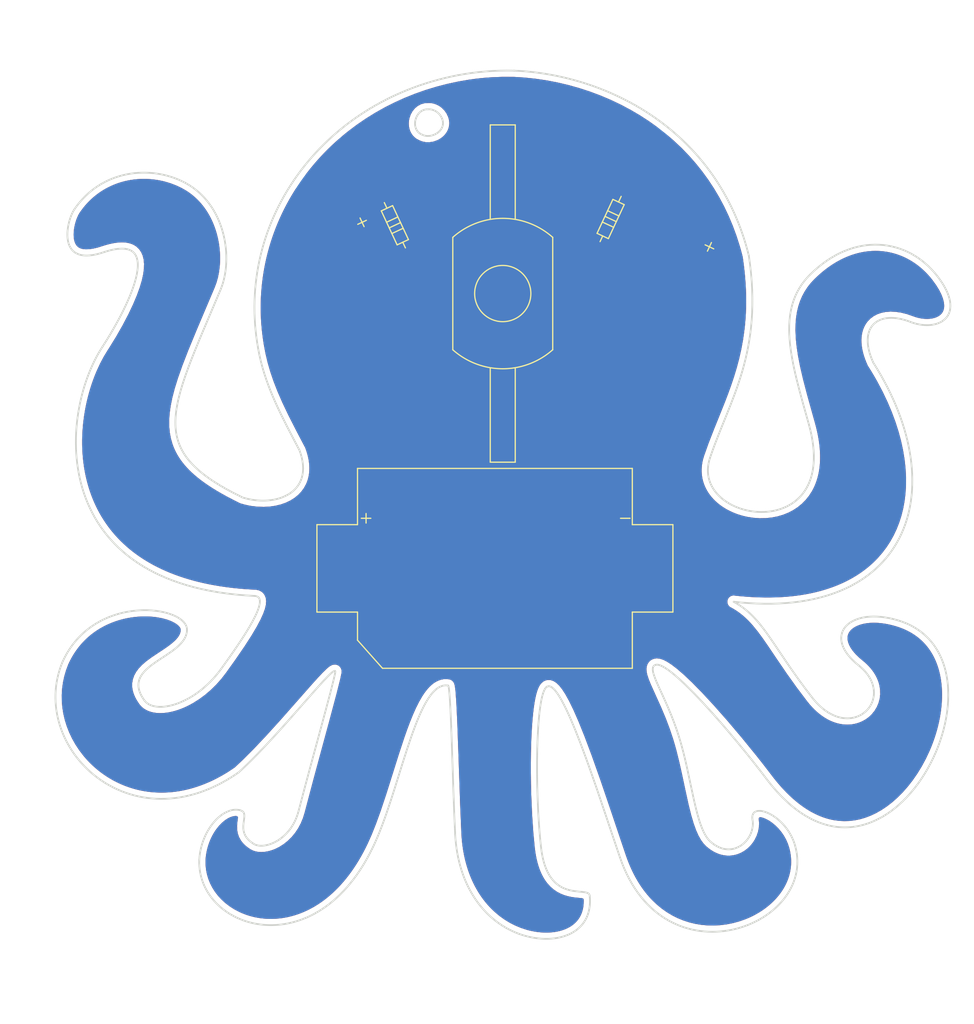
<source format=kicad_pcb>
(kicad_pcb (version 20241229) (generator "pcbnew") (generator_version "9.0")
  (title_block (title "Soldering Kit - Octopus") (date "2025-05-24") (company "Netz39") (comment 1 "created by Timo"))
  (layers (0 "F.Cu" signal) (2 "B.Cu" signal) (13 "F.Paste" user) (15 "B.Paste" user) (5 "F.SilkS" user "F.Silkscreen") (7 "B.SilkS" user "B.Silkscreen") (1 "F.Mask" user) (3 "B.Mask" user) (25 "Edge.Cuts" user))
  (net 0 "")
  (net 1 "Net-(D1-K)")
  (net 2 "Net-(D2-K)")
  (net 3 "Net-(D1-A)")
  (net 4 "+3.3V")
  (net 5 "GND")
  (footprint "myparts:THT on SMD Resistor" (layer "F.Cu") (at 92.605832 39.299394 65)
    (property "Reference" "R2")
    (property "Value" "R")
    (fp_line (start -1.5 -3.5) (end 1.5 -3.5) (stroke (width 0.1)) (layer "F.SilkS"))
    (fp_line (start -2 -3) (end -1.5 -3) (stroke (width 0.1)) (layer "F.SilkS"))
    (fp_line (start -0.5 -3.5) (end -0.5 -2.5) (stroke (width 0.1)) (layer "F.SilkS"))
    (fp_line (start -1.5 -3) (end -1.5 -3.5) (stroke (width 0.1)) (layer "F.SilkS"))
    (fp_line (start -1.5 -3) (end -1.5 -2.5) (stroke (width 0.1)) (layer "F.SilkS"))
    (fp_line (start 0 -3.5) (end 0.000001 -2.5) (stroke (width 0.1)) (layer "F.SilkS"))
    (fp_line (start 0.5 -3.5) (end 0.500001 -2.5) (stroke (width 0.1)) (layer "F.SilkS"))
    (fp_line (start -1.5 -2.5) (end 1.5 -2.5) (stroke (width 0.1)) (layer "F.SilkS"))
    (fp_line (start 1.5 -3.5) (end 1.5 -3) (stroke (width 0.1)) (layer "F.SilkS"))
    (fp_line (start 1.5 -3) (end 2 -3) (stroke (width 0.1)) (layer "F.SilkS"))
    (fp_line (start 1.5 -2.5) (end 1.5 -3) (stroke (width 0.1)) (layer "F.SilkS"))
    (pad "1" smd roundrect (at -5 -3 65) (size 5 2) (layers "F.Cu" "F.Mask" "F.Paste") (roundrect_rratio 0.15) (net 5 "GND"))
    (pad "2" smd roundrect (at 5 -3 65) (size 5 2) (layers "F.Cu" "F.Mask" "F.Paste") (roundrect_rratio 0.15) (net 2 "Net-(D2-K)"))
  )
  (footprint "myparts:THT on SMD LED" (layer "F.Cu") (at 94 38.5 -25)
    (property "Reference" "D2")
    (property "Value" "LED")
    (fp_text user "+" (at 3.5 0.5 335) (layer "F.SilkS") (effects (font (thickness 0.1)) (justify left bottom)))
    (pad "1" smd rect (at 0 0 335) (size 2 5) (layers "F.Cu" "F.Mask" "F.Paste") (net 2 "Net-(D2-K)"))
    (pad "2" smd rect (at 2.54 0 335) (size 2 5) (layers "F.Cu" "F.Mask" "F.Paste") (net 3 "Net-(D1-A)"))
  )
  (footprint "myparts:On Off Button" (layer "F.Cu") (at 87.25 45 90)
    (property "Reference" "SW1")
    (property "Value" "SW_Push")
    (fp_line (start -3.5 -10) (end 5.5 -10) (stroke (width 0.1)) (layer "F.SilkS"))
    (fp_line (start 14.5 -7) (end 14.5 -5) (stroke (width 0.1)) (layer "F.SilkS"))
    (fp_line (start 7 -7) (end 14.5 -7) (stroke (width 0.1)) (layer "F.SilkS"))
    (fp_line (start -12.5 -7) (end -5 -7) (stroke (width 0.1)) (layer "F.SilkS"))
    (fp_line (start 14.5 -5) (end 7 -5) (stroke (width 0.1)) (layer "F.SilkS"))
    (fp_line (start -5 -5) (end -12.5 -5) (stroke (width 0.1)) (layer "F.SilkS"))
    (fp_line (start -12.5 -5) (end -12.5 -7) (stroke (width 0.1)) (layer "F.SilkS"))
    (fp_line (start 5.499999 -2) (end -3.5 -2) (stroke (width 0.1)) (layer "F.SilkS"))
    (fp_arc (start 5.5 -10) (mid 7.020797 -6) (end 5.5 -2) (stroke (width 0.1)) (layer "F.SilkS"))
    (fp_arc (start -3.5 -2) (mid -5.020797 -6) (end -3.5 -10) (stroke (width 0.1)) (layer "F.SilkS"))
    (fp_circle (center 1 -6) (end 3.25 -6) (stroke (width 0.1)) (fill no) (layer "F.SilkS"))
    (pad "1" smd roundrect (at -9 -6 90) (size 6.5 3) (layers "F.Cu" "F.Mask" "F.Paste") (roundrect_rratio 0.15) (net 4 "+3.3V"))
    (pad "2" smd roundrect (at 11 -6 90) (size 6.5 3) (layers "F.Cu" "F.Mask" "F.Paste") (roundrect_rratio 0.15) (net 3 "Net-(D1-A)"))
  )
  (footprint "myparts:THT on SMD LED" (layer "F.Cu") (at 66.197979 40.07345 25)
    (property "Reference" "D1")
    (property "Value" "LED")
    (fp_text user "+" (at 3.5 0.5 25) (layer "F.SilkS") (effects (font (thickness 0.1)) (justify left bottom)))
    (pad "1" smd rect (at 0 0 25) (size 2 5) (layers "F.Cu" "F.Mask" "F.Paste") (net 1 "Net-(D1-K)"))
    (pad "2" smd rect (at 2.539999 0 25) (size 2 5) (layers "F.Cu" "F.Mask" "F.Paste") (net 3 "Net-(D1-A)"))
  )
  (footprint "myparts:Battery Holder CR2032 BH-49B-5" (layer "F.Cu") (at 79.623075 68)
    (property "Reference" "BT1")
    (property "Value" "Battery_Cell")
    (fp_line (start -13.25 -5.5) (end -10 -5.5) (stroke (width 0.1)) (layer "F.SilkS"))
    (fp_line (start -13.25 1.5) (end -13.25 -5.5) (stroke (width 0.1)) (layer "F.SilkS"))
    (fp_line (start -10 -10) (end -10 -5.5) (stroke (width 0.1)) (layer "F.SilkS"))
    (fp_line (start -10 -10) (end 12 -10) (stroke (width 0.1)) (layer "F.SilkS"))
    (fp_line (start -10 1.5) (end -13.25 1.5) (stroke (width 0.1)) (layer "F.SilkS"))
    (fp_line (start -10 3.75) (end -10 1.5) (stroke (width 0.1)) (layer "F.SilkS"))
    (fp_line (start -10 3.75) (end -8 6) (stroke (width 0.1)) (layer "F.SilkS"))
    (fp_line (start 12 -10) (end 12 -5.5) (stroke (width 0.1)) (layer "F.SilkS"))
    (fp_line (start 12 -5.5) (end 15.25 -5.5) (stroke (width 0.1)) (layer "F.SilkS"))
    (fp_line (start 12 1.5) (end 12 6) (stroke (width 0.1)) (layer "F.SilkS"))
    (fp_line (start 12 6) (end -8 6) (stroke (width 0.1)) (layer "F.SilkS"))
    (fp_line (start 15.25 -5.5) (end 15.25 1.5) (stroke (width 0.1)) (layer "F.SilkS"))
    (fp_line (start 15.25 1.5) (end 12 1.5) (stroke (width 0.1)) (layer "F.SilkS"))
    (fp_text user "+" (at -10 -5.5 0) (layer "F.SilkS") (effects (font (thickness 0.1)) (justify left bottom)))
    (fp_text user "-" (at 10.75 -5.5 0) (layer "F.SilkS") (effects (font (thickness 0.1)) (justify left bottom)))
    (pad "1" smd roundrect (at -13.75 -2) (size 4 5) (layers "F.Cu" "F.Mask" "F.Paste") (roundrect_rratio 0.15) (net 4 "+3.3V"))
    (pad "2" smd roundrect (at 15.75 -2 180) (size 4 5) (layers "F.Cu" "F.Mask" "F.Paste") (roundrect_rratio 0.15) (net 5 "GND"))
  )
  (footprint "myparts:THT on SMD Resistor" (layer "F.Cu") (at 75.332015 37.263684 115)
    (property "Reference" "R1")
    (property "Value" "R")
    (fp_line (start 1.5 -3.5) (end 1.5 -3) (stroke (width 0.1)) (layer "F.SilkS"))
    (fp_line (start 0.5 -3.5) (end 0.5 -2.5) (stroke (width 0.1)) (layer "F.SilkS"))
    (fp_line (start 1.5 -3) (end 2 -3) (stroke (width 0.1)) (layer "F.SilkS"))
    (fp_line (start 0 -3.5) (end -0.000001 -2.5) (stroke (width 0.1)) (layer "F.SilkS"))
    (fp_line (start -0.5 -3.5) (end -0.500001 -2.5) (stroke (width 0.1)) (layer "F.SilkS"))
    (fp_line (start 1.5 -2.5) (end 1.5 -3) (stroke (width 0.1)) (layer "F.SilkS"))
    (fp_line (start -1.5 -3.5) (end 1.5 -3.5) (stroke (width 0.1)) (layer "F.SilkS"))
    (fp_line (start -1.5 -3) (end -1.5 -3.5) (stroke (width 0.1)) (layer "F.SilkS"))
    (fp_line (start -1.5 -3) (end -1.5 -2.5) (stroke (width 0.1)) (layer "F.SilkS"))
    (fp_line (start -2 -3) (end -1.5 -3) (stroke (width 0.1)) (layer "F.SilkS"))
    (fp_line (start -1.5 -2.5) (end 1.5 -2.5) (stroke (width 0.1)) (layer "F.SilkS"))
    (pad "1" smd roundrect (at -5 -3 115) (size 5 2) (layers "F.Cu" "F.Mask" "F.Paste") (roundrect_rratio 0.15) (net 5 "GND"))
    (pad "2" smd roundrect (at 5 -3 115) (size 5 2) (layers "F.Cu" "F.Mask" "F.Paste") (roundrect_rratio 0.15) (net 1 "Net-(D1-K)"))
  )
  (gr_line (start 82.15592 26.155137) (end 82.155948 26.155137) (stroke (width 0.14)) (layer "Edge.Cuts"))
  (gr_curve (pts (xy 102.342737 82.825785) (xy 111.979392 95.602017) (xy 123.012925 73.247349) (xy 112.908691 70.167349)) (stroke (width 0.14)) (layer "Edge.Cuts"))
  (gr_curve (pts (xy 52.561898 76.571355) (xy 50.464789 73.681692) (xy 55.903768 73.182963) (xy 55.971605 70.942452)) (stroke (width 0.14)) (layer "Edge.Cuts"))
  (gr_curve (pts (xy 61.322104 88.062436) (xy 59.613719 87.01322) (xy 61.202208 85.605394) (xy 60.208341 85.35744)) (stroke (width 0.14)) (layer "Edge.Cuts"))
  (gr_curve (pts (xy 46 73.5) (xy 43.181555 80.291687) (xy 51.47162 88.364031) (xy 60.105098 82.334987)) (stroke (width 0.14)) (layer "Edge.Cuts"))
  (gr_curve (pts (xy 60.105098 82.334987) (xy 63.516786 79.243339) (xy 68.005831 73.319568) (xy 67.842307 74.31382)) (stroke (width 0.14)) (layer "Edge.Cuts"))
  (gr_curve (pts (xy 64.97833 56.549765) (xy 66.248466 59.965157) (xy 63.070102 61.154422) (xy 60.414988 60.324873)) (stroke (width 0.14)) (layer "Edge.Cuts"))
  (gr_curve (pts (xy 56.953355 89.335911) (xy 56.745154 95.0278) (xy 66.721589 98.156541) (xy 71.213475 87.527433)) (stroke (width 0.14)) (layer "Edge.Cuts"))
  (gr_curve (pts (xy 82.155948 26.155137) (xy 80.640896 26.116525) (xy 79.126103 26.240632) (xy 77.640052 26.525129)) (stroke (width 0.14)) (layer "Edge.Cuts"))
  (gr_curve (pts (xy 97.848226 57.139051) (xy 99.412019 52.489178) (xy 102.123098 48.731009) (xy 100.951515 40.962904)) (stroke (width 0.14)) (layer "Edge.Cuts"))
  (gr_curve (pts (xy 88.2119 92.203349) (xy 88.12678 91.360584) (xy 84.842128 93.040675) (xy 84.31094 88.302543)) (stroke (width 0.14)) (layer "Edge.Cuts"))
  (gr_curve (pts (xy 49.203361 48.260634) (xy 45.611143 53.751083) (xy 44.792446 67.422593) (xy 61.38896 68.208063)) (stroke (width 0.14)) (layer "Edge.Cuts"))
  (gr_curve (pts (xy 55.792209 35.116998) (xy 53.052227 33.675445) (xy 49.105634 34.082517) (xy 46.955857 37.255653)) (stroke (width 0.14)) (layer "Edge.Cuts"))
  (gr_curve (pts (xy 49.384122 40.665662) (xy 54.455685 39.022264) (xy 51.006456 45.504726) (xy 49.203361 48.260634)) (stroke (width 0.14)) (layer "Edge.Cuts"))
  (gr_curve (pts (xy 76.403908 30.034766) (xy 76.238946 29.564536) (xy 75.757129 29.205574) (xy 75.25 29.25)) (stroke (width 0.14)) (layer "Edge.Cuts"))
  (gr_curve (pts (xy 97.880713 87.880247) (xy 96.666717 86.806734) (xy 96.400199 82.833422) (xy 95.373075 79.524081)) (stroke (width 0.14)) (layer "Edge.Cuts"))
  (gr_curve (pts (xy 105.759087 54.480006) (xy 108.508995 64.3223) (xy 96.068644 62.430557) (xy 97.848226 57.139051)) (stroke (width 0.14)) (layer "Edge.Cuts"))
  (gr_curve (pts (xy 82.528502 95.251688) (xy 85.33098 96.284573) (xy 88.532962 95.382091) (xy 88.2119 92.203349)) (stroke (width 0.14)) (layer "Edge.Cuts"))
  (gr_curve (pts (xy 104.667311 88.236183) (xy 103.960108 85.662052) (xy 100.974916 84.57715) (xy 101.245704 86.127118)) (stroke (width 0.14)) (layer "Edge.Cuts"))
  (gr_curve (pts (xy 101.245704 86.127118) (xy 101.517605 87.683435) (xy 99.667785 89.460511) (xy 97.880713 87.880247)) (stroke (width 0.14)) (layer "Edge.Cuts"))
  (gr_curve (pts (xy 105.852033 42.487873) (xy 103.005315 45.312117) (xy 104.364183 49.487479) (xy 105.759087 54.480006)) (stroke (width 0.14)) (layer "Edge.Cuts"))
  (gr_curve (pts (xy 75.25 29.25) (xy 74.233691 29.217359) (xy 73.803779 30.845597) (xy 74.76875 31.269336)) (stroke (width 0.14)) (layer "Edge.Cuts"))
  (gr_curve (pts (xy 77.640052 26.525129) (xy 66.679372 28.623162) (xy 59.573665 38.448894) (xy 61.768711 48.922601)) (stroke (width 0.14)) (layer "Edge.Cuts"))
  (gr_curve (pts (xy 116.030306 42.589346) (xy 113.679517 39.568211) (xy 109.383309 38.984483) (xy 105.852033 42.487873)) (stroke (width 0.14)) (layer "Edge.Cuts"))
  (gr_curve (pts (xy 46.955857 37.255653) (xy 46.270655 38.267032) (xy 45.495083 42.028827) (xy 49.384122 40.665662)) (stroke (width 0.14)) (layer "Edge.Cuts"))
  (gr_curve (pts (xy 84.776006 75.482001) (xy 86.002091 74.696181) (xy 88.864097 83.976228) (xy 90.635531 89.144195)) (stroke (width 0.14)) (layer "Edge.Cuts"))
  (gr_curve (pts (xy 64.909996 85.409219) (xy 64.293666 87.795393) (xy 62.132382 88.56008) (xy 61.322104 88.062436)) (stroke (width 0.14)) (layer "Edge.Cuts"))
  (gr_curve (pts (xy 100.951515 40.962904) (xy 98.474131 30.958924) (xy 89.651905 26.466324) (xy 82.15592 26.155137)) (stroke (width 0.14)) (layer "Edge.Cuts"))
  (gr_curve (pts (xy 61.768711 48.922601) (xy 62.335508 51.605503) (xy 63.606218 53.941977) (xy 64.97833 56.549765)) (stroke (width 0.14)) (layer "Edge.Cuts"))
  (gr_curve (pts (xy 77.439299 87.269168) (xy 77.657622 91.514094) (xy 79.841566 94.261398) (xy 82.528502 95.251688)) (stroke (width 0.14)) (layer "Edge.Cuts"))
  (gr_curve (pts (xy 61.38896 68.208063) (xy 62.767523 68.273303) (xy 60.438294 71.653785) (xy 58.692874 74.063878)) (stroke (width 0.14)) (layer "Edge.Cuts"))
  (gr_curve (pts (xy 76.87204 75.379654) (xy 77.103663 75.418784) (xy 77.237958 83.354383) (xy 77.439299 87.269168)) (stroke (width 0.14)) (layer "Edge.Cuts"))
  (gr_curve (pts (xy 74.76875 31.269336) (xy 75.539912 31.681735) (xy 76.754489 30.955163) (xy 76.403908 30.034766)) (stroke (width 0.14)) (layer "Edge.Cuts"))
  (gr_curve (pts (xy 93.473009 73.728025) (xy 94.585239 73.300843) (xy 99.898673 79.585457) (xy 102.342737 82.825785)) (stroke (width 0.14)) (layer "Edge.Cuts"))
  (gr_curve (pts (xy 55.971605 70.942452) (xy 56.031525 68.964476) (xy 48.523619 67.888247) (xy 46 73.5)) (stroke (width 0.14)) (layer "Edge.Cuts"))
  (gr_curve (pts (xy 112.908691 70.167349) (xy 109.04369 68.989207) (xy 106.707055 71.353618) (xy 109.731062 73.758265)) (stroke (width 0.14)) (layer "Edge.Cuts"))
  (gr_curve (pts (xy 60.208341 85.35744) (xy 58.857831 85.020523) (xy 57.086362 86.924747) (xy 56.953355 89.335911)) (stroke (width 0.14)) (layer "Edge.Cuts"))
  (gr_curve (pts (xy 71.213475 87.527433) (xy 73.224505 82.768749) (xy 74.510659 74.980563) (xy 76.87204 75.379654)) (stroke (width 0.14)) (layer "Edge.Cuts"))
  (gr_curve (pts (xy 113.970374 46.303342) (xy 116.227951 47.114738) (xy 118.476547 45.73315) (xy 116.030306 42.589346)) (stroke (width 0.14)) (layer "Edge.Cuts"))
  (gr_curve (pts (xy 95.373075 79.524081) (xy 94.297931 76.060012) (xy 92.671726 74.035787) (xy 93.473009 73.728025)) (stroke (width 0.14)) (layer "Edge.Cuts"))
  (gr_curve (pts (xy 84.31094 88.302543) (xy 83.8117 83.849367) (xy 83.861092 76.068384) (xy 84.776006 75.482001)) (stroke (width 0.14)) (layer "Edge.Cuts"))
  (gr_curve (pts (xy 90.635531 89.144195) (xy 94.129973 99.338869) (xy 106.43444 94.668343) (xy 104.667311 88.236183)) (stroke (width 0.14)) (layer "Edge.Cuts"))
  (gr_curve (pts (xy 58.658282 43.688119) (xy 59.701653 41.209235) (xy 59.081453 36.847525) (xy 55.792209 35.116998)) (stroke (width 0.14)) (layer "Edge.Cuts"))
  (gr_curve (pts (xy 106.007685 76.324745) (xy 102.773755 72.156805) (xy 102.104093 69.947815) (xy 99.73614 68.674662)) (stroke (width 0.14)) (layer "Edge.Cuts"))
  (gr_curve (pts (xy 58.692874 74.063878) (xy 56.600102 76.953604) (xy 53.403298 77.730737) (xy 52.561898 76.571355)) (stroke (width 0.14)) (layer "Edge.Cuts"))
  (gr_curve (pts (xy 60.414988 60.324873) (xy 52.596814 56.51814) (xy 54.492456 53.585477) (xy 58.658282 43.688119)) (stroke (width 0.14)) (layer "Edge.Cuts"))
  (gr_curve (pts (xy 109.731062 73.758265) (xy 113.010359 76.365919) (xy 109.076324 80.279661) (xy 106.007685 76.324745)) (stroke (width 0.14)) (layer "Edge.Cuts"))
  (gr_curve (pts (xy 110.915518 49.530928) (xy 109.613525 46.687563) (xy 111.294232 45.220282) (xy 113.970374 46.303342)) (stroke (width 0.14)) (layer "Edge.Cuts"))
  (gr_curve (pts (xy 67.842307 74.31382) (xy 67.675644 75.327147) (xy 65.930124 81.459707) (xy 64.909996 85.409219)) (stroke (width 0.14)) (layer "Edge.Cuts"))
  (gr_curve (pts (xy 99.73614 68.674662) (xy 113.597316 70.247282) (xy 117.517407 59.899875) (xy 110.915518 49.530928)) (stroke (width 0.14)) (layer "Edge.Cuts"))
  (segment (start 65.5 35.25) (end 65.5 38) (width 0.2) (layer "F.Cu") (net 1))
  (segment (start 67 35.25) (end 65.5 35.25) (width 0.2) (layer "F.Cu") (net 1))
  (segment (start 70.5 34) (end 67 34) (width 0.2) (layer "F.Cu") (net 1))
  (segment (start 67 34) (end 67 35.25) (width 0.2) (layer "F.Cu") (net 1))
  (segment (start 95 33.5) (end 95 36.5) (width 0.2) (layer "F.Cu") (net 2))
  (segment (start 92 33.5) (end 95 33.5) (width 0.2) (layer "F.Cu") (net 2))
  (segment (start 96 39.875472) (end 96.302022 39.57345) (width 0.2) (layer "F.Cu") (net 3))
  (segment (start 86.5 39.25) (end 90.75 39.25) (width 0.2) (layer "F.Cu") (net 3))
  (segment (start 96.302022 39.57345) (end 96.302022 40.552022) (width 0.2) (layer "F.Cu") (net 3))
  (segment (start 81.25 34) (end 76.25 39) (width 0.2) (layer "F.Cu") (net 3))
  (segment (start 81.25 34) (end 86.5 39.25) (width 0.2) (layer "F.Cu") (net 3))
  (segment (start 90.75 39.25) (end 90.75 42) (width 0.2) (layer "F.Cu") (net 3))
  (segment (start 76.25 39) (end 68.5 39) (width 0.2) (layer "F.Cu") (net 3))
  (segment (start 90.75 42) (end 96 42) (width 0.2) (layer "F.Cu") (net 3))
  (segment (start 65.873075 66) (end 81.25 66) (width 0.2) (layer "F.Cu") (net 4))
  (segment (start 81.25 66) (end 81.25 54) (width 0.2) (layer "F.Cu") (net 4))
  (zone (net 5) (net_name "GND") (layers "F.Cu" "B.Cu") (connect_pads (clearance 0.5)) (min_thickness 0.25) (fill yes (thermal_gap 0.5) (thermal_bridge_width 0.5) (island_removal_mode 1) (island_area_min 10))
    (polygon (pts (xy 41 20.5) (xy 119 20.5) (xy 119 102.5) (xy 41 102.5)))
  )
)
</source>
